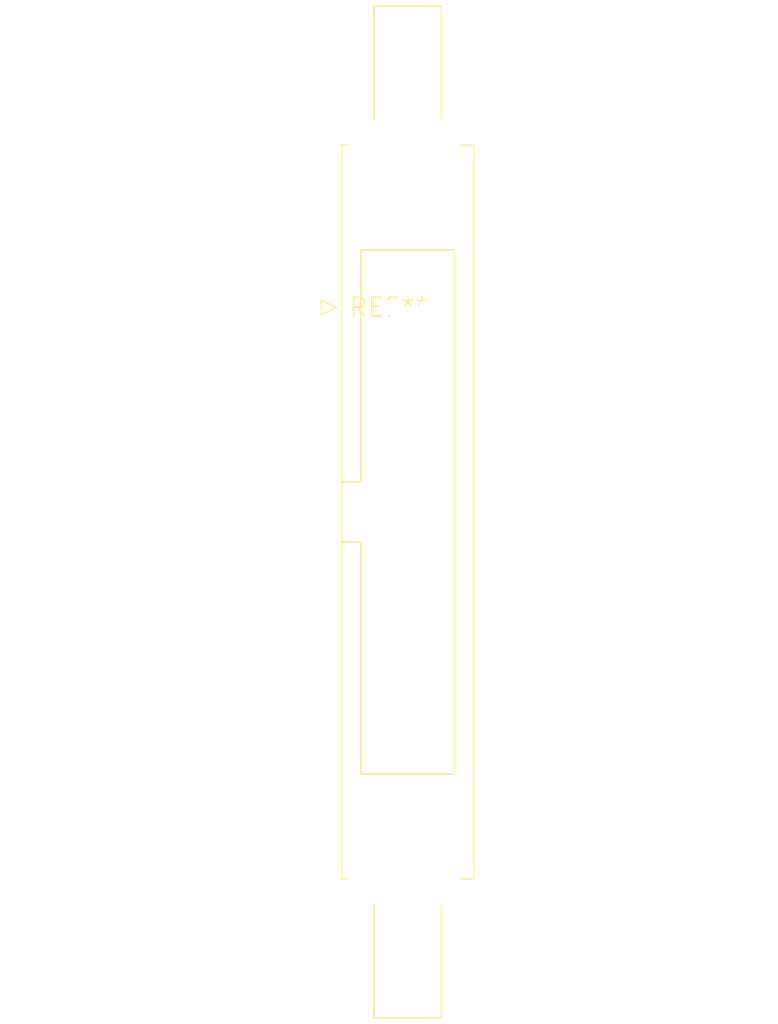
<source format=kicad_pcb>
(kicad_pcb (version 20240108) (generator pcbnew)
  (layers (0 "F.Cu" signal) (31 "B.Cu" signal) (34 "B.Paste" user) (35 "F.Paste" user) (36 "B.SilkS" user "B.Silkscreen") (37 "F.SilkS" user "F.Silkscreen") (38 "B.Mask" user) (39 "F.Mask" user) (44 "Edge.Cuts" user))
  (net 0 "")
  (footprint "IDC-Header_2x12-1MP_P2.54mm_Latch9.5mm_Vertical" (layer "F.Cu") (at 0 0)
    (property "Reference" "REF**")
    (property "Value" "IDC-Header_2x12-1MP_P2.54mm_Latch9.5mm_Vertical")
    (fp_line (start -4.63 -0.5) (end -4.63 0.5) (layer "F.SilkS") (stroke (width 0.12)))
    (fp_line (start -4.63 0.5) (end -3.63 0) (layer "F.SilkS") (stroke (width 0.12)))
    (fp_line (start -3.63 0) (end -4.63 -0.5) (layer "F.SilkS") (stroke (width 0.12)))
    (fp_line (start -3.24 -11.08) (end -3.24 39.02) (layer "F.SilkS") (stroke (width 0.12)))
    (fp_line (start -3.24 11.92) (end -1.93 11.92) (layer "F.SilkS") (stroke (width 0.12)))
    (fp_line (start -3.24 39.02) (end -2.87 39.02) (layer "F.SilkS") (stroke (width 0.12)))
    (fp_line (start -2.87 -11.08) (end -3.24 -11.08) (layer "F.SilkS") (stroke (width 0.12)))
    (fp_line (start -1.93 -3.92) (end 4.47 -3.92) (layer "F.SilkS") (stroke (width 0.12)))
    (fp_line (start -1.93 11.92) (end -1.93 -3.92) (layer "F.SilkS") (stroke (width 0.12)))
    (fp_line (start -1.93 16.02) (end -3.24 16.02) (layer "F.SilkS") (stroke (width 0.12)))
    (fp_line (start -1.93 16.02) (end -1.93 16.02) (layer "F.SilkS") (stroke (width 0.12)))
    (fp_line (start -1.93 31.86) (end -1.93 16.02) (layer "F.SilkS") (stroke (width 0.12)))
    (fp_line (start -1.04 -20.58) (end 3.58 -20.58) (layer "F.SilkS") (stroke (width 0.12)))
    (fp_line (start -1.04 -12.83) (end -1.04 -20.58) (layer "F.SilkS") (stroke (width 0.12)))
    (fp_line (start -1.04 40.77) (end -1.04 48.52) (layer "F.SilkS") (stroke (width 0.12)))
    (fp_line (start -1.04 48.52) (end 3.58 48.52) (layer "F.SilkS") (stroke (width 0.12)))
    (fp_line (start 3.58 -20.58) (end 3.58 -12.83) (layer "F.SilkS") (stroke (width 0.12)))
    (fp_line (start 3.58 48.52) (end 3.58 40.77) (layer "F.SilkS") (stroke (width 0.12)))
    (fp_line (start 4.47 -3.92) (end 4.47 31.86) (layer "F.SilkS") (stroke (width 0.12)))
    (fp_line (start 4.47 31.86) (end -1.93 31.86) (layer "F.SilkS") (stroke (width 0.12)))
    (fp_line (start 4.91 -11.08) (end 5.78 -11.08) (layer "F.SilkS") (stroke (width 0.12)))
    (fp_line (start 5.78 -11.08) (end 5.78 39.02) (layer "F.SilkS") (stroke (width 0.12)))
    (fp_line (start 5.78 39.02) (end 4.91 39.02) (layer "F.SilkS") (stroke (width 0.12)))
    (pad "1" thru_hole roundrect (at 0 0) (size 1.7 1.7) (drill 1) (layers *.Cu *.Mask) (remove_unused_layers) (roundrect_rratio 0.147059))
    (pad "2" thru_hole circle (at 2.54 0) (size 1.7 1.7) (drill 1) (layers *.Cu *.Mask) (remove_unused_layers))
    (pad "3" thru_hole circle (at 0 2.54) (size 1.7 1.7) (drill 1) (layers *.Cu *.Mask) (remove_unused_layers))
    (pad "4" thru_hole circle (at 2.54 2.54) (size 1.7 1.7) (drill 1) (layers *.Cu *.Mask) (remove_unused_layers))
    (pad "5" thru_hole circle (at 0 5.08) (size 1.7 1.7) (drill 1) (layers *.Cu *.Mask) (remove_unused_layers))
    (pad "6" thru_hole circle (at 2.54 5.08) (size 1.7 1.7) (drill 1) (layers *.Cu *.Mask) (remove_unused_layers))
    (pad "7" thru_hole circle (at 0 7.62) (size 1.7 1.7) (drill 1) (layers *.Cu *.Mask) (remove_unused_layers))
    (pad "8" thru_hole circle (at 2.54 7.62) (size 1.7 1.7) (drill 1) (layers *.Cu *.Mask) (remove_unused_layers))
    (pad "9" thru_hole circle (at 0 10.16) (size 1.7 1.7) (drill 1) (layers *.Cu *.Mask) (remove_unused_layers))
    (pad "10" thru_hole circle (at 2.54 10.16) (size 1.7 1.7) (drill 1) (layers *.Cu *.Mask) (remove_unused_layers))
    (pad "11" thru_hole circle (at 0 12.7) (size 1.7 1.7) (drill 1) (layers *.Cu *.Mask) (remove_unused_layers))
    (pad "12" thru_hole circle (at 2.54 12.7) (size 1.7 1.7) (drill 1) (layers *.Cu *.Mask) (remove_unused_layers))
    (pad "13" thru_hole circle (at 0 15.24) (size 1.7 1.7) (drill 1) (layers *.Cu *.Mask) (remove_unused_layers))
    (pad "14" thru_hole circle (at 2.54 15.24) (size 1.7 1.7) (drill 1) (layers *.Cu *.Mask) (remove_unused_layers))
    (pad "15" thru_hole circle (at 0 17.78) (size 1.7 1.7) (drill 1) (layers *.Cu *.Mask) (remove_unused_layers))
    (pad "16" thru_hole circle (at 2.54 17.78) (size 1.7 1.7) (drill 1) (layers *.Cu *.Mask) (remove_unused_layers))
    (pad "17" thru_hole circle (at 0 20.32) (size 1.7 1.7) (drill 1) (layers *.Cu *.Mask) (remove_unused_layers))
    (pad "18" thru_hole circle (at 2.54 20.32) (size 1.7 1.7) (drill 1) (layers *.Cu *.Mask) (remove_unused_layers))
    (pad "19" thru_hole circle (at 0 22.86) (size 1.7 1.7) (drill 1) (layers *.Cu *.Mask) (remove_unused_layers))
    (pad "20" thru_hole circle (at 2.54 22.86) (size 1.7 1.7) (drill 1) (layers *.Cu *.Mask) (remove_unused_layers))
    (pad "21" thru_hole circle (at 0 25.4) (size 1.7 1.7) (drill 1) (layers *.Cu *.Mask) (remove_unused_layers))
    (pad "22" thru_hole circle (at 2.54 25.4) (size 1.7 1.7) (drill 1) (layers *.Cu *.Mask) (remove_unused_layers))
    (pad "23" thru_hole circle (at 0 27.94) (size 1.7 1.7) (drill 1) (layers *.Cu *.Mask) (remove_unused_layers))
    (pad "24" thru_hole circle (at 2.54 27.94) (size 1.7 1.7) (drill 1) (layers *.Cu *.Mask) (remove_unused_layers))
    (pad "MP" thru_hole circle (at 1.02 -8.94) (size 8 8) (drill 2.69) (layers *.Cu *.Mask) (remove_unused_layers))
    (pad "MP" thru_hole circle (at 1.02 36.88) (size 8 8) (drill 2.69) (layers *.Cu *.Mask) (remove_unused_layers))
  )
)
</source>
